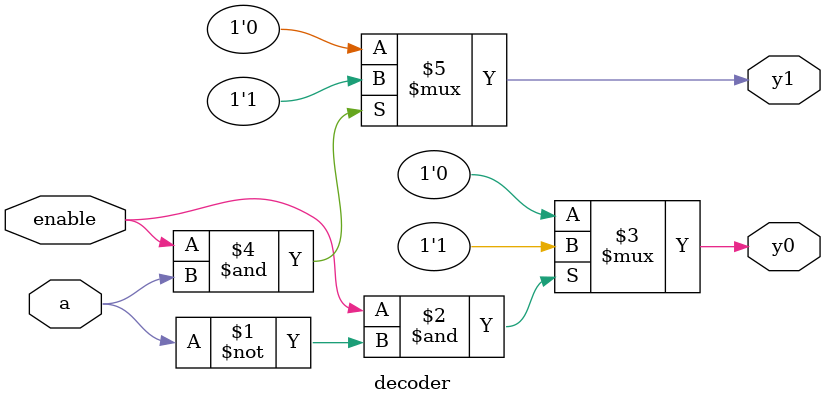
<source format=v>
`timescale 1ns / 1ps

module decoder(
    input a, enable,
//    output reg y0, y1
    output y0, y1
);
    // generates two and gates
    assign y0 = (enable & ~a) ? 1'b1 : 1'b0;
    assign y1 = (enable & a) ? 1'b1 : 1'b0;
    
    // generates three mux gates
//    always @* begin
//        if(!enable) begin
//            y0 = 1'b0;
//            y1 = 1'b0;
//        end
//        else begin
//            if(!a) begin
//                y0 = 1'b1;
//                y1 = 1'b0;
//            end
//            else begin
//                y0 = 1'b0;
//                y1 = 1'b1;
//            end
//        end
//    end
endmodule

</source>
